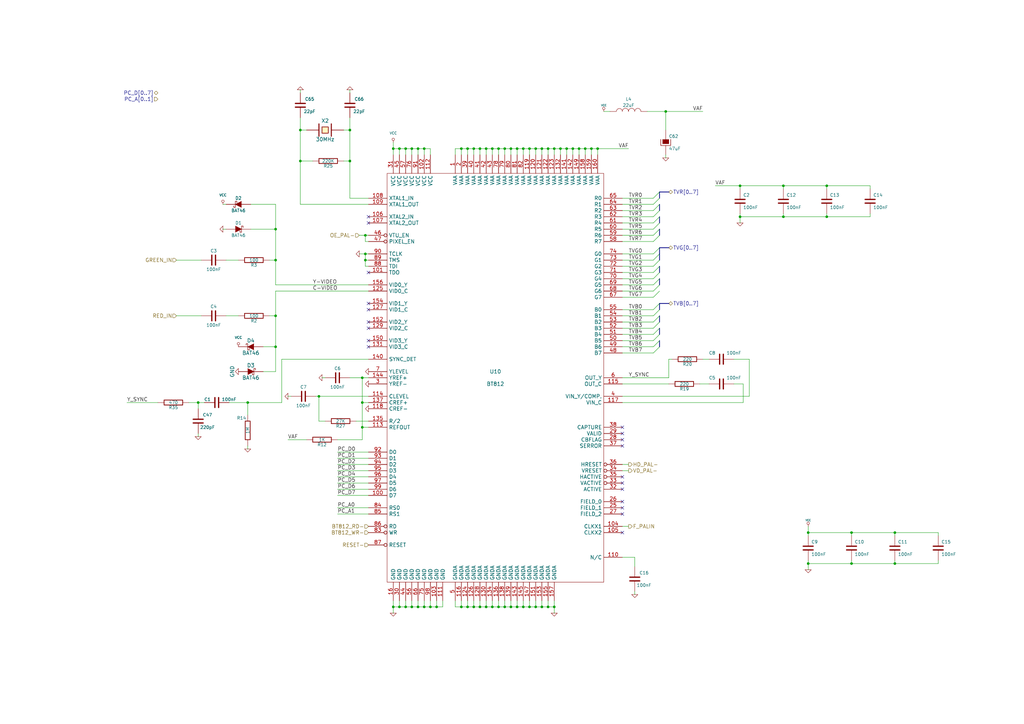
<source format=kicad_sch>
(kicad_sch (version 20200512) (host eeschema "(5.99.0-1722-g89c46e683-dirty)")
  (page 1 8)
  (paper "A3")
  (title_block (title "Video") (date "Sun 22 Mar 2015") (rev "2.0B") (company "Kicad EDA"))
  (lib_symbols
    (symbol "video_schlib:BT812" (pin_names (offset 0.762))
      (property "Reference" "U" (at 47.498 85.09 0))
      (property "Value" "BT812" (at 31.242 -85.09 0))
      (symbol "BT812_0_1"
        (rectangle (start -44.45 -83.82) (end 44.45 83.82))
      )
      (symbol "BT812_1_1"
        (pin input line (at -16.51 91.44 270) (length 7.62) (name "VAA") (number "1"))
        (pin tri_state line (at -52.07 -48.26 0) (length 7.62) (name "D7") (number "100"))
        (pin output line (at -52.07 43.18 0) (length 7.62) (name "TDO") (number "101"))
        (pin input line (at -29.21 91.44 270) (length 7.62) (name "VCC") (number "102"))
        (pin input line (at -24.13 -91.44 90) (length 7.62) (name "GND") (number "103"))
        (pin output line (at 52.07 -60.96 180) (length 7.62) (name "CLKX1") (number "104"))
        (pin output line (at 52.07 -63.5 180) (length 7.62) (name "CLKX2") (number "105"))
        (pin input line (at -52.07 66.04 0) (length 7.62) (name "XTAL2_IN") (number "106"))
        (pin output line (at -52.07 63.5 0) (length 7.62) (name "XTAL2_OUT") (number "107"))
        (pin input line (at -52.07 73.66 0) (length 7.62) (name "XTAL1_IN") (number "108"))
        (pin output line (at -52.07 71.12 0) (length 7.62) (name "XTAL1_OUT") (number "109"))
        (pin input line (at 52.07 -73.66 180) (length 7.62) (name "N/C") (number "110"))
        (pin input line (at -21.59 -91.44 90) (length 7.62) (name "GND") (number "111"))
        (pin input line (at -26.67 91.44 270) (length 7.62) (name "VCC") (number "112"))
        (pin output line (at -52.07 -20.32 0) (length 7.62) (name "REFOUT") (number "113"))
        (pin input line (at -52.07 -7.62 0) (length 7.62) (name "CLEVEL") (number "114"))
        (pin output line (at 52.07 -2.54 180) (length 7.62) (name "OUT_C") (number "115"))
        (pin input line (at -13.97 -91.44 90) (length 7.62) (name "GNDA") (number "116"))
        (pin input line (at 52.07 -10.16 180) (length 7.62) (name "VIN_C") (number "117"))
        (pin input line (at -52.07 -12.7 0) (length 7.62) (name "CREF-") (number "118"))
        (pin input line (at 13.97 91.44 270) (length 7.62) (name "VAA") (number "119"))
        (pin input line (at 16.51 91.44 270) (length 7.62) (name "VAA") (number "120"))
        (pin input line (at 19.05 91.44 270) (length 7.62) (name "VAA") (number "121"))
        (pin input line (at 21.59 91.44 270) (length 7.62) (name "VAA") (number "122"))
        (pin passive line (at 24.13 91.44 270) (length 7.62) (name "VAA") (number "123"))
        (pin input line (at -11.43 -91.44 90) (length 7.62) (name "GNDA") (number "124"))
        (pin input line (at -52.07 35.56 0) (length 7.62) (name "VID0_C") (number "125"))
        (pin input line (at -8.89 -91.44 90) (length 7.62) (name "GNDA") (number "126"))
        (pin input line (at -52.07 27.94 0) (length 7.62) (name "VID1_C") (number "127"))
        (pin input line (at -6.35 -91.44 90) (length 7.62) (name "GNDA") (number "128"))
        (pin input line (at -52.07 20.32 0) (length 7.62) (name "VID2_C") (number "129"))
        (pin input line (at -3.81 -91.44 90) (length 7.62) (name "GNDA") (number "130"))
        (pin input line (at -52.07 12.7 0) (length 7.62) (name "VID3_C") (number "131"))
        (pin input line (at 26.67 91.44 270) (length 7.62) (name "VAA") (number "132"))
        (pin input line (at -1.27 -91.44 90) (length 7.62) (name "GNDA") (number "134"))
        (pin input line (at -52.07 -17.78 0) (length 7.62) (name "R/2") (number "135"))
        (pin input line (at 1.27 -91.44 90) (length 7.62) (name "GNDA") (number "136"))
        (pin input line (at -52.07 -10.16 0) (length 7.62) (name "CREF+") (number "137"))
        (pin input line (at 3.81 -91.44 90) (length 7.62) (name "GNDA") (number "138"))
        (pin input line (at 6.35 -91.44 90) (length 7.62) (name "GNDA") (number "139"))
        (pin input line (at -52.07 7.62 0) (length 7.62) (name "SYNC_DET") (number "140"))
        (pin input line (at 29.21 91.44 270) (length 7.62) (name "VAA") (number "141"))
        (pin input line (at 31.75 91.44 270) (length 7.62) (name "VAA") (number "142"))
        (pin input line (at 8.89 -91.44 90) (length 7.62) (name "GNDA") (number "143"))
        (pin input line (at -52.07 0 0) (length 7.62) (name "YREF+") (number "144"))
        (pin input line (at 11.43 -91.44 90) (length 7.62) (name "GNDA") (number "145"))
        (pin input line (at 13.97 -91.44 90) (length 7.62) (name "GNDA") (number "147"))
        (pin input line (at 34.29 91.44 270) (length 7.62) (name "VAA") (number "149"))
        (pin input line (at -52.07 15.24 0) (length 7.62) (name "VID3_Y") (number "150"))
        (pin input line (at 16.51 -91.44 90) (length 7.62) (name "GNDA") (number "151"))
        (pin input line (at -52.07 22.86 0) (length 7.62) (name "VID2_Y") (number "152"))
        (pin input line (at 19.05 -91.44 90) (length 7.62) (name "GNDA") (number "153"))
        (pin input line (at -52.07 30.48 0) (length 7.62) (name "VID1_Y") (number "154"))
        (pin input line (at 21.59 -91.44 90) (length 7.62) (name "GNDA") (number "155"))
        (pin input line (at -52.07 38.1 0) (length 7.62) (name "VID0_Y") (number "156"))
        (pin input line (at 24.13 -91.44 90) (length 7.62) (name "GNDA") (number "157"))
        (pin input line (at 36.83 91.44 270) (length 7.62) (name "VAA") (number "158"))
        (pin input line (at 39.37 91.44 270) (length 7.62) (name "VAA") (number "159"))
        (pin input line (at -41.91 -91.44 90) (length 7.62) (name "GND") (number "16"))
        (pin input line (at 41.91 91.44 270) (length 7.62) (name "VAA") (number "160"))
        (pin input line (at -13.97 91.44 270) (length 7.62) (name "VAA") (number "2"))
        (pin bidirectional line (at 52.07 -53.34 180) (length 7.62) (name "FIELD_1") (number "25"))
        (pin bidirectional line (at 52.07 -50.8 180) (length 7.62) (name "FIELD_0") (number "26"))
        (pin output line (at 52.07 -55.88 180) (length 7.62) (name "FIELD_2") (number "27"))
        (pin output line (at 52.07 -25.4 180) (length 7.62) (name "CBFLAG") (number "28"))
        (pin output line (at 52.07 -22.86 180) (length 7.62) (name "VALID") (number "29"))
        (pin input line (at -52.07 -2.54 0) (length 7.62) (name "YREF-") (number "3"))
        (pin input line (at -39.37 -91.44 90) (length 7.62) (name "GND") (number "30"))
        (pin input line (at -41.91 91.44 270) (length 7.62) (name "VCC") (number "31"))
        (pin output line (at 52.07 -45.72 180) (length 7.62) (name "ACTIVE") (number "32"))
        (pin output inverted (at 52.07 -43.18 180) (length 7.62) (name "VACTIVE") (number "33"))
        (pin output inverted (at 52.07 -38.1 180) (length 7.62) (name "VRESET") (number "34"))
        (pin output inverted (at 52.07 -40.64 180) (length 7.62) (name "HACTIVE") (number "35"))
        (pin output inverted (at 52.07 -35.56 180) (length 7.62) (name "HRESET") (number "36"))
        (pin output line (at 52.07 -27.94 180) (length 7.62) (name "SERROR") (number "37"))
        (pin output line (at 52.07 -20.32 180) (length 7.62) (name "CAPTURE") (number "38"))
        (pin input line (at -11.43 91.44 270) (length 7.62) (name "VAA") (number "39"))
        (pin input line (at 52.07 -7.62 180) (length 7.62) (name "VIN_Y/COMP.") (number "4"))
        (pin input line (at -8.89 91.44 270) (length 7.62) (name "VAA") (number "40"))
        (pin input line (at -6.35 91.44 270) (length 7.62) (name "VAA") (number "41"))
        (pin input line (at -3.81 91.44 270) (length 7.62) (name "VAA") (number "42"))
        (pin input line (at -1.27 91.44 270) (length 7.62) (name "VAA") (number "43"))
        (pin input line (at -36.83 -91.44 90) (length 7.62) (name "GND") (number "44"))
        (pin input line (at -39.37 91.44 270) (length 7.62) (name "VCC") (number "45"))
        (pin input inverted (at -52.07 58.42 0) (length 7.62) (name "VTU_EN") (number "46"))
        (pin input inverted (at -52.07 55.88 0) (length 7.62) (name "PIXEL_EN") (number "47"))
        (pin tri_state line (at 52.07 10.16 180) (length 7.62) (name "B7") (number "48"))
        (pin tri_state line (at 52.07 12.7 180) (length 7.62) (name "B6") (number "49"))
        (pin input line (at -16.51 -91.44 90) (length 7.62) (name "GNDA") (number "5"))
        (pin tri_state line (at 52.07 15.24 180) (length 7.62) (name "B5") (number "50"))
        (pin tri_state line (at 52.07 17.78 180) (length 7.62) (name "B4") (number "51"))
        (pin tri_state line (at 52.07 20.32 180) (length 7.62) (name "B3") (number "52"))
        (pin tri_state line (at 52.07 22.86 180) (length 7.62) (name "B2") (number "53"))
        (pin tri_state line (at 52.07 25.4 180) (length 7.62) (name "B1") (number "54"))
        (pin tri_state line (at 52.07 27.94 180) (length 7.62) (name "B0") (number "55"))
        (pin input line (at -34.29 -91.44 90) (length 7.62) (name "GND") (number "56"))
        (pin input line (at -36.83 91.44 270) (length 7.62) (name "VCC") (number "57"))
        (pin tri_state line (at 52.07 55.88 180) (length 7.62) (name "R7") (number "58"))
        (pin tri_state line (at 52.07 58.42 180) (length 7.62) (name "R6") (number "59"))
        (pin output line (at 52.07 0 180) (length 7.62) (name "OUT_Y") (number "6"))
        (pin tri_state line (at 52.07 60.96 180) (length 7.62) (name "R5") (number "60"))
        (pin tri_state line (at 52.07 63.5 180) (length 7.62) (name "R4") (number "61"))
        (pin tri_state line (at 52.07 66.04 180) (length 7.62) (name "R3") (number "62"))
        (pin tri_state line (at 52.07 68.58 180) (length 7.62) (name "R2") (number "63"))
        (pin tri_state line (at 52.07 71.12 180) (length 7.62) (name "R1") (number "64"))
        (pin tri_state line (at 52.07 73.66 180) (length 7.62) (name "R0") (number "65"))
        (pin input line (at -31.75 -91.44 90) (length 7.62) (name "GND") (number "66"))
        (pin tri_state line (at 52.07 33.02 180) (length 7.62) (name "G7") (number "67"))
        (pin tri_state line (at 52.07 35.56 180) (length 7.62) (name "G6") (number "68"))
        (pin tri_state line (at 52.07 38.1 180) (length 7.62) (name "G5") (number "69"))
        (pin input line (at -52.07 2.54 0) (length 7.62) (name "YLEVEL") (number "7"))
        (pin tri_state line (at 52.07 40.64 180) (length 7.62) (name "G4") (number "70"))
        (pin tri_state line (at 52.07 43.18 180) (length 7.62) (name "G3") (number "71"))
        (pin tri_state line (at 52.07 45.72 180) (length 7.62) (name "G2") (number "72"))
        (pin tri_state line (at 52.07 48.26 180) (length 7.62) (name "G1") (number "73"))
        (pin tri_state line (at 52.07 50.8 180) (length 7.62) (name "G0") (number "74"))
        (pin input line (at -29.21 -91.44 90) (length 7.62) (name "GND") (number "75"))
        (pin input line (at -34.29 91.44 270) (length 7.62) (name "VCC") (number "76"))
        (pin input line (at 1.27 91.44 270) (length 7.62) (name "VAA") (number "78"))
        (pin input line (at 3.81 91.44 270) (length 7.62) (name "VAA") (number "79"))
        (pin input line (at 6.35 91.44 270) (length 7.62) (name "VAA") (number "80"))
        (pin input line (at 8.89 91.44 270) (length 7.62) (name "VAA") (number "81"))
        (pin input line (at 11.43 91.44 270) (length 7.62) (name "VAA") (number "82"))
        (pin input inverted (at -52.07 -63.5 0) (length 7.62) (name "WR") (number "83"))
        (pin input line (at -52.07 -53.34 0) (length 7.62) (name "RS0") (number "84"))
        (pin input line (at -52.07 -55.88 0) (length 7.62) (name "RS1") (number "85"))
        (pin input inverted (at -52.07 -60.96 0) (length 7.62) (name "RD") (number "86"))
        (pin input inverted (at -52.07 -68.58 0) (length 7.62) (name "RESET") (number "87"))
        (pin input line (at -52.07 45.72 0) (length 7.62) (name "TDI") (number "88"))
        (pin input line (at -52.07 48.26 0) (length 7.62) (name "TMS") (number "89"))
        (pin input line (at -52.07 50.8 0) (length 7.62) (name "TCLK") (number "90"))
        (pin passive line (at -31.75 91.44 270) (length 7.62) (name "VCC") (number "91"))
        (pin tri_state line (at -52.07 -30.48 0) (length 7.62) (name "D0") (number "92"))
        (pin tri_state line (at -52.07 -33.02 0) (length 7.62) (name "D1") (number "93"))
        (pin tri_state line (at -52.07 -35.56 0) (length 7.62) (name "D2") (number "94"))
        (pin tri_state line (at -52.07 -38.1 0) (length 7.62) (name "D3") (number "95"))
        (pin tri_state line (at -52.07 -40.64 0) (length 7.62) (name "D4") (number "96"))
        (pin tri_state line (at -52.07 -43.18 0) (length 7.62) (name "D5") (number "97"))
        (pin input line (at -26.67 -91.44 90) (length 7.62) (name "GND") (number "98"))
        (pin tri_state line (at -52.07 -45.72 0) (length 7.62) (name "D6") (number "99"))
      )
    )
    (symbol "video_schlib:C" (pin_numbers hide) (pin_names (offset 0.254))
      (property "Reference" "C" (at 0 2.54 0))
      (property "Value" "C" (at 0.1524 -2.159 0))
      (symbol "C_0_1"
        (polyline (pts (xy -2.032 -0.762) (xy 2.032 -0.762)) (stroke (width 0.508)))
        (polyline (pts (xy -2.032 0.762) (xy 2.032 0.762)) (stroke (width 0.508)))
      )
      (symbol "C_1_1"
        (pin passive line (at 0 5.08 270) (length 4.318) (name "~") (number "1"))
        (pin passive line (at 0 -5.08 90) (length 4.318) (name "~") (number "2"))
      )
    )
    (symbol "video_schlib:CP" (pin_numbers hide) (pin_names (offset 0.254) hide)
      (property "Reference" "C" (at 1.27 2.54 0))
      (property "Value" "CP" (at 1.27 -2.54 0))
      (symbol "CP_0_1"
        (polyline (pts (xy -2.032 1.27) (xy -2.032 -1.27) (xy 2.032 -1.27) (xy 2.032 1.27)) (stroke (width 0.2032)))
        (polyline (pts (xy -1.27 1.27) (xy -1.27 -0.508) (xy 1.27 -0.508) (xy 1.27 1.27)) (fill (type outline)))
      )
      (symbol "CP_1_1"
        (pin passive line (at 0 5.08 270) (length 3.81) (name "~") (number "1"))
        (pin passive line (at 0 -5.08 90) (length 3.81) (name "~") (number "2"))
      )
    )
    (symbol "video_schlib:CRYSTAL" (pin_numbers hide) (pin_names hide)
      (property "Reference" "X" (at 0 3.81 0))
      (property "Value" "CRYSTAL" (at 0 -3.81 0))
      (symbol "CRYSTAL_0_1"
        (polyline (pts (xy -2.54 2.54) (xy -2.54 -2.54)) (stroke (width 0.4064)))
        (polyline (pts (xy 2.54 2.54) (xy 2.54 -2.54)) (stroke (width 0.4064)))
        (polyline (pts (xy -1.27 1.27) (xy 1.27 1.27) (xy 1.27 -1.27) (xy -1.27 -1.27) (xy -1.27 1.27)) (stroke (width 0.3048)) (fill (type background)))
      )
      (symbol "CRYSTAL_1_1"
        (pin passive line (at -7.62 0 0) (length 5.08) (name "1") (number "1"))
        (pin passive line (at 7.62 0 180) (length 5.08) (name "2") (number "2"))
      )
    )
    (symbol "video_schlib:DIODESCH" (pin_numbers hide) (pin_names hide)
      (property "Reference" "D" (at 0 2.54 0))
      (property "Value" "DIODESCH" (at 0 -2.54 0))
      (symbol "DIODESCH_0_1"
        (polyline (pts (xy -1.27 1.27) (xy 1.27 0) (xy -1.27 -1.27)) (fill (type outline)))
        (polyline (pts (xy 1.905 0.635) (xy 1.905 1.27) (xy 1.27 1.27) (xy 1.27 -1.27) (xy 0.635 -1.27) (xy 0.635 -0.635)) (stroke (width 0.2032)))
      )
      (symbol "DIODESCH_1_1"
        (pin passive line (at -5.08 0 0) (length 3.81) (name "A") (number "1"))
        (pin passive line (at 5.08 0 180) (length 3.81) (name "K") (number "2"))
      )
    )
    (symbol "video_schlib:GND" (power) (pin_names (offset 0))
      (symbol "GND_0_1"
        (polyline (pts (xy -1.27 0) (xy 0 -1.27) (xy 1.27 0) (xy -1.27 0)))
      )
      (symbol "GND_1_1"
        (pin power_in line (at 0 0 90) (length 0) (name "GND") (number "1") hide)
      )
    )
    (symbol "video_schlib:INDUCTOR" (pin_numbers hide) (pin_names hide)
      (property "Reference" "L" (at -1.27 0 90))
      (property "Value" "INDUCTOR" (at 2.54 0 90))
      (symbol "INDUCTOR_0_1"
        (arc (start 0.0254 -5.0546) (end 0.0254 -2.54) (radius (at 0 -3.81) (length 1.27) (angles -88.9 88.9)))
        (arc (start 0.0254 -2.5146) (end 0.0254 0.0508) (radius (at 0 -1.2446) (length 1.2954) (angles -88.9 88.9)))
        (arc (start 0.0254 0.0254) (end 0.0254 2.5908) (radius (at 0 1.2954) (length 1.2954) (angles -88.9 88.9)))
        (arc (start 0.0254 2.5654) (end 0.0254 4.9784) (radius (at 0 3.7592) (length 1.2192) (angles -88.9 88.9)))
      )
      (symbol "INDUCTOR_1_1"
        (pin passive line (at 0 7.62 270) (length 2.54) (name "1") (number "1"))
        (pin passive line (at 0 -7.62 90) (length 2.54) (name "2") (number "2"))
      )
    )
    (symbol "video_schlib:R" (pin_numbers hide) (pin_names (offset 0))
      (property "Reference" "R" (at 2.032 0 90))
      (property "Value" "R" (at 0.1778 0.0254 90))
      (symbol "R_0_1"
        (rectangle (start -1.016 3.81) (end 1.016 -3.81) (stroke (width 0.3048)))
      )
      (symbol "R_1_1"
        (pin passive line (at 0 6.35 270) (length 2.54) (name "~") (number "1"))
        (pin passive line (at 0 -6.35 90) (length 2.54) (name "~") (number "2"))
      )
    )
    (symbol "video_schlib:VCC" (power) (pin_names (offset 0))
      (property "Value" "VCC" (at 0 2.54 0))
      (symbol "VCC_0_1"
        (circle (center 0 1.27) (radius 0.508))
        (polyline (pts (xy 0 0) (xy 0 0.762) (xy 0 0.762)))
      )
      (symbol "VCC_0_0"
        (pin power_in line (at 0 0 90) (length 0) (name "VCC") (number "1") hide)
      )
    )
  )
  (junction (at 81.28 165.1))
  (junction (at 101.6 165.1))
  (junction (at 113.03 93.98))
  (junction (at 113.03 106.68))
  (junction (at 113.03 129.54))
  (junction (at 113.03 142.24))
  (junction (at 123.19 53.34))
  (junction (at 123.19 66.04))
  (junction (at 130.81 162.56))
  (junction (at 143.51 53.34))
  (junction (at 143.51 66.04))
  (junction (at 148.59 154.94))
  (junction (at 148.59 165.1))
  (junction (at 148.59 175.26))
  (junction (at 149.86 96.52))
  (junction (at 149.86 104.14))
  (junction (at 149.86 106.68))
  (junction (at 161.29 60.96))
  (junction (at 161.29 248.92))
  (junction (at 163.83 60.96))
  (junction (at 163.83 248.92))
  (junction (at 166.37 60.96))
  (junction (at 166.37 248.92))
  (junction (at 168.91 60.96))
  (junction (at 168.91 248.92))
  (junction (at 171.45 60.96))
  (junction (at 171.45 248.92))
  (junction (at 173.99 60.96))
  (junction (at 173.99 248.92))
  (junction (at 176.53 248.92))
  (junction (at 179.07 248.92))
  (junction (at 189.23 60.96))
  (junction (at 189.23 248.92))
  (junction (at 191.77 60.96))
  (junction (at 191.77 248.92))
  (junction (at 194.31 60.96))
  (junction (at 194.31 248.92))
  (junction (at 196.85 60.96))
  (junction (at 196.85 248.92))
  (junction (at 199.39 60.96))
  (junction (at 199.39 248.92))
  (junction (at 201.93 60.96))
  (junction (at 201.93 248.92))
  (junction (at 204.47 60.96))
  (junction (at 204.47 248.92))
  (junction (at 207.01 60.96))
  (junction (at 207.01 248.92))
  (junction (at 209.55 60.96))
  (junction (at 209.55 248.92))
  (junction (at 212.09 60.96))
  (junction (at 212.09 248.92))
  (junction (at 214.63 60.96))
  (junction (at 214.63 248.92))
  (junction (at 217.17 60.96))
  (junction (at 217.17 248.92))
  (junction (at 219.71 60.96))
  (junction (at 219.71 248.92))
  (junction (at 222.25 60.96))
  (junction (at 222.25 248.92))
  (junction (at 224.79 60.96))
  (junction (at 224.79 248.92))
  (junction (at 227.33 60.96))
  (junction (at 227.33 248.92))
  (junction (at 229.87 60.96))
  (junction (at 232.41 60.96))
  (junction (at 234.95 60.96))
  (junction (at 237.49 60.96))
  (junction (at 240.03 60.96))
  (junction (at 242.57 60.96))
  (junction (at 245.11 60.96))
  (junction (at 273.05 45.72))
  (junction (at 303.53 76.2))
  (junction (at 303.53 88.9))
  (junction (at 321.31 76.2))
  (junction (at 321.31 88.9))
  (junction (at 331.47 218.44))
  (junction (at 331.47 231.14))
  (junction (at 339.09 76.2))
  (junction (at 339.09 88.9))
  (junction (at 349.25 218.44))
  (junction (at 349.25 231.14))
  (junction (at 367.03 218.44))
  (junction (at 367.03 231.14))
  (no_connect (at 255.27 200.66))
  (no_connect (at 255.27 195.58))
  (no_connect (at 151.13 142.24))
  (no_connect (at 255.27 210.82))
  (no_connect (at 151.13 127))
  (no_connect (at 255.27 180.34))
  (no_connect (at 255.27 177.8))
  (no_connect (at 255.27 198.12))
  (no_connect (at 151.13 124.46))
  (no_connect (at 151.13 111.76))
  (no_connect (at 255.27 175.26))
  (no_connect (at 255.27 205.74))
  (no_connect (at 151.13 132.08))
  (no_connect (at 151.13 139.7))
  (no_connect (at 151.13 88.9))
  (no_connect (at 255.27 182.88))
  (no_connect (at 255.27 218.44))
  (no_connect (at 255.27 208.28))
  (no_connect (at 151.13 91.44))
  (no_connect (at 151.13 134.62))
  (bus_entry (at 267.97 81.28) (size 2.54 -2.54))
  (bus_entry (at 267.97 83.82) (size 2.54 -2.54))
  (bus_entry (at 267.97 86.36) (size 2.54 -2.54))
  (bus_entry (at 267.97 88.9) (size 2.54 -2.54))
  (bus_entry (at 267.97 91.44) (size 2.54 -2.54))
  (bus_entry (at 267.97 93.98) (size 2.54 -2.54))
  (bus_entry (at 267.97 96.52) (size 2.54 -2.54))
  (bus_entry (at 267.97 99.06) (size 2.54 -2.54))
  (bus_entry (at 267.97 104.14) (size 2.54 -2.54))
  (bus_entry (at 267.97 106.68) (size 2.54 -2.54))
  (bus_entry (at 267.97 109.22) (size 2.54 -2.54))
  (bus_entry (at 267.97 111.76) (size 2.54 -2.54))
  (bus_entry (at 267.97 114.3) (size 2.54 -2.54))
  (bus_entry (at 267.97 116.84) (size 2.54 -2.54))
  (bus_entry (at 267.97 119.38) (size 2.54 -2.54))
  (bus_entry (at 267.97 121.92) (size 2.54 -2.54))
  (bus_entry (at 267.97 127) (size 2.54 -2.54))
  (bus_entry (at 267.97 129.54) (size 2.54 -2.54))
  (bus_entry (at 267.97 132.08) (size 2.54 -2.54))
  (bus_entry (at 267.97 134.62) (size 2.54 -2.54))
  (bus_entry (at 267.97 137.16) (size 2.54 -2.54))
  (bus_entry (at 267.97 139.7) (size 2.54 -2.54))
  (bus_entry (at 267.97 142.24) (size 2.54 -2.54))
  (bus_entry (at 267.97 144.78) (size 2.54 -2.54))
  (wire (pts (xy 52.07 165.1) (xy 64.77 165.1)))
  (wire (pts (xy 72.39 106.68) (xy 82.55 106.68)))
  (wire (pts (xy 72.39 129.54) (xy 82.55 129.54)))
  (wire (pts (xy 77.47 165.1) (xy 81.28 165.1)))
  (wire (pts (xy 81.28 165.1) (xy 81.28 167.64)))
  (wire (pts (xy 81.28 165.1) (xy 83.82 165.1)))
  (wire (pts (xy 81.28 177.8) (xy 81.28 179.07)))
  (wire (pts (xy 91.44 83.82) (xy 92.71 83.82)))
  (wire (pts (xy 91.44 93.98) (xy 92.71 93.98)))
  (wire (pts (xy 92.71 106.68) (xy 97.79 106.68)))
  (wire (pts (xy 92.71 129.54) (xy 97.79 129.54)))
  (wire (pts (xy 93.98 165.1) (xy 101.6 165.1)))
  (wire (pts (xy 101.6 165.1) (xy 101.6 170.18)))
  (wire (pts (xy 101.6 165.1) (xy 115.57 165.1)))
  (wire (pts (xy 101.6 182.88) (xy 101.6 184.15)))
  (wire (pts (xy 102.87 83.82) (xy 113.03 83.82)))
  (wire (pts (xy 102.87 93.98) (xy 113.03 93.98)))
  (wire (pts (xy 107.95 142.24) (xy 113.03 142.24)))
  (wire (pts (xy 110.49 106.68) (xy 113.03 106.68)))
  (wire (pts (xy 110.49 129.54) (xy 113.03 129.54)))
  (wire (pts (xy 113.03 83.82) (xy 113.03 93.98)))
  (wire (pts (xy 113.03 93.98) (xy 113.03 106.68)))
  (wire (pts (xy 113.03 106.68) (xy 113.03 116.84)))
  (wire (pts (xy 113.03 116.84) (xy 151.13 116.84)))
  (wire (pts (xy 113.03 119.38) (xy 113.03 129.54)))
  (wire (pts (xy 113.03 129.54) (xy 113.03 142.24)))
  (wire (pts (xy 113.03 142.24) (xy 113.03 152.4)))
  (wire (pts (xy 113.03 152.4) (xy 107.95 152.4)))
  (wire (pts (xy 115.57 165.1) (xy 115.57 147.32)))
  (wire (pts (xy 118.11 162.56) (xy 119.38 162.56)))
  (wire (pts (xy 118.11 180.34) (xy 125.73 180.34)))
  (wire (pts (xy 123.19 38.1) (xy 123.19 36.83)))
  (wire (pts (xy 123.19 48.26) (xy 123.19 53.34)))
  (wire (pts (xy 123.19 53.34) (xy 123.19 66.04)))
  (wire (pts (xy 123.19 53.34) (xy 125.73 53.34)))
  (wire (pts (xy 123.19 66.04) (xy 123.19 83.82)))
  (wire (pts (xy 123.19 66.04) (xy 128.27 66.04)))
  (wire (pts (xy 123.19 83.82) (xy 151.13 83.82)))
  (wire (pts (xy 129.54 162.56) (xy 130.81 162.56)))
  (wire (pts (xy 130.81 162.56) (xy 130.81 172.72)))
  (wire (pts (xy 130.81 162.56) (xy 151.13 162.56)))
  (wire (pts (xy 130.81 172.72) (xy 133.35 172.72)))
  (wire (pts (xy 132.08 154.94) (xy 133.35 154.94)))
  (wire (pts (xy 138.43 185.42) (xy 151.13 185.42)))
  (wire (pts (xy 138.43 187.96) (xy 151.13 187.96)))
  (wire (pts (xy 138.43 190.5) (xy 151.13 190.5)))
  (wire (pts (xy 138.43 193.04) (xy 151.13 193.04)))
  (wire (pts (xy 138.43 195.58) (xy 151.13 195.58)))
  (wire (pts (xy 138.43 198.12) (xy 151.13 198.12)))
  (wire (pts (xy 138.43 200.66) (xy 151.13 200.66)))
  (wire (pts (xy 138.43 203.2) (xy 151.13 203.2)))
  (wire (pts (xy 138.43 208.28) (xy 151.13 208.28)))
  (wire (pts (xy 138.43 210.82) (xy 151.13 210.82)))
  (wire (pts (xy 140.97 53.34) (xy 143.51 53.34)))
  (wire (pts (xy 140.97 66.04) (xy 143.51 66.04)))
  (wire (pts (xy 143.51 36.83) (xy 143.51 38.1)))
  (wire (pts (xy 143.51 48.26) (xy 143.51 53.34)))
  (wire (pts (xy 143.51 53.34) (xy 143.51 66.04)))
  (wire (pts (xy 143.51 66.04) (xy 143.51 81.28)))
  (wire (pts (xy 143.51 81.28) (xy 151.13 81.28)))
  (wire (pts (xy 143.51 154.94) (xy 148.59 154.94)))
  (wire (pts (xy 146.05 172.72) (xy 151.13 172.72)))
  (wire (pts (xy 147.32 96.52) (xy 149.86 96.52)))
  (wire (pts (xy 147.32 104.14) (xy 149.86 104.14)))
  (wire (pts (xy 148.59 154.94) (xy 148.59 165.1)))
  (wire (pts (xy 148.59 154.94) (xy 151.13 154.94)))
  (wire (pts (xy 148.59 165.1) (xy 148.59 175.26)))
  (wire (pts (xy 148.59 165.1) (xy 151.13 165.1)))
  (wire (pts (xy 148.59 175.26) (xy 148.59 180.34)))
  (wire (pts (xy 148.59 175.26) (xy 151.13 175.26)))
  (wire (pts (xy 148.59 180.34) (xy 138.43 180.34)))
  (wire (pts (xy 149.86 96.52) (xy 151.13 96.52)))
  (wire (pts (xy 149.86 99.06) (xy 149.86 96.52)))
  (wire (pts (xy 149.86 104.14) (xy 149.86 106.68)))
  (wire (pts (xy 149.86 104.14) (xy 151.13 104.14)))
  (wire (pts (xy 149.86 106.68) (xy 149.86 109.22)))
  (wire (pts (xy 149.86 106.68) (xy 151.13 106.68)))
  (wire (pts (xy 149.86 109.22) (xy 151.13 109.22)))
  (wire (pts (xy 151.13 99.06) (xy 149.86 99.06)))
  (wire (pts (xy 151.13 119.38) (xy 113.03 119.38)))
  (wire (pts (xy 151.13 147.32) (xy 115.57 147.32)))
  (wire (pts (xy 161.29 58.42) (xy 161.29 60.96)))
  (wire (pts (xy 161.29 60.96) (xy 161.29 63.5)))
  (wire (pts (xy 161.29 60.96) (xy 163.83 60.96)))
  (wire (pts (xy 161.29 246.38) (xy 161.29 248.92)))
  (wire (pts (xy 161.29 248.92) (xy 161.29 251.46)))
  (wire (pts (xy 161.29 248.92) (xy 163.83 248.92)))
  (wire (pts (xy 163.83 60.96) (xy 163.83 63.5)))
  (wire (pts (xy 163.83 60.96) (xy 166.37 60.96)))
  (wire (pts (xy 163.83 246.38) (xy 163.83 248.92)))
  (wire (pts (xy 163.83 248.92) (xy 166.37 248.92)))
  (wire (pts (xy 166.37 60.96) (xy 166.37 63.5)))
  (wire (pts (xy 166.37 60.96) (xy 168.91 60.96)))
  (wire (pts (xy 166.37 246.38) (xy 166.37 248.92)))
  (wire (pts (xy 166.37 248.92) (xy 168.91 248.92)))
  (wire (pts (xy 168.91 60.96) (xy 168.91 63.5)))
  (wire (pts (xy 168.91 60.96) (xy 171.45 60.96)))
  (wire (pts (xy 168.91 246.38) (xy 168.91 248.92)))
  (wire (pts (xy 168.91 248.92) (xy 171.45 248.92)))
  (wire (pts (xy 171.45 60.96) (xy 171.45 63.5)))
  (wire (pts (xy 171.45 60.96) (xy 173.99 60.96)))
  (wire (pts (xy 171.45 246.38) (xy 171.45 248.92)))
  (wire (pts (xy 171.45 248.92) (xy 173.99 248.92)))
  (wire (pts (xy 173.99 60.96) (xy 173.99 63.5)))
  (wire (pts (xy 173.99 60.96) (xy 176.53 60.96)))
  (wire (pts (xy 173.99 246.38) (xy 173.99 248.92)))
  (wire (pts (xy 173.99 248.92) (xy 176.53 248.92)))
  (wire (pts (xy 176.53 60.96) (xy 176.53 63.5)))
  (wire (pts (xy 176.53 246.38) (xy 176.53 248.92)))
  (wire (pts (xy 176.53 248.92) (xy 179.07 248.92)))
  (wire (pts (xy 179.07 246.38) (xy 179.07 248.92)))
  (wire (pts (xy 179.07 248.92) (xy 181.61 248.92)))
  (wire (pts (xy 181.61 248.92) (xy 181.61 246.38)))
  (wire (pts (xy 186.69 60.96) (xy 186.69 63.5)))
  (wire (pts (xy 186.69 60.96) (xy 189.23 60.96)))
  (wire (pts (xy 186.69 248.92) (xy 186.69 246.38)))
  (wire (pts (xy 186.69 248.92) (xy 189.23 248.92)))
  (wire (pts (xy 189.23 60.96) (xy 189.23 63.5)))
  (wire (pts (xy 189.23 60.96) (xy 191.77 60.96)))
  (wire (pts (xy 189.23 246.38) (xy 189.23 248.92)))
  (wire (pts (xy 189.23 248.92) (xy 191.77 248.92)))
  (wire (pts (xy 191.77 60.96) (xy 191.77 63.5)))
  (wire (pts (xy 191.77 60.96) (xy 194.31 60.96)))
  (wire (pts (xy 191.77 246.38) (xy 191.77 248.92)))
  (wire (pts (xy 191.77 248.92) (xy 194.31 248.92)))
  (wire (pts (xy 194.31 60.96) (xy 194.31 63.5)))
  (wire (pts (xy 194.31 60.96) (xy 196.85 60.96)))
  (wire (pts (xy 194.31 246.38) (xy 194.31 248.92)))
  (wire (pts (xy 194.31 248.92) (xy 196.85 248.92)))
  (wire (pts (xy 196.85 60.96) (xy 196.85 63.5)))
  (wire (pts (xy 196.85 60.96) (xy 199.39 60.96)))
  (wire (pts (xy 196.85 246.38) (xy 196.85 248.92)))
  (wire (pts (xy 196.85 248.92) (xy 199.39 248.92)))
  (wire (pts (xy 199.39 60.96) (xy 199.39 63.5)))
  (wire (pts (xy 199.39 60.96) (xy 201.93 60.96)))
  (wire (pts (xy 199.39 246.38) (xy 199.39 248.92)))
  (wire (pts (xy 199.39 248.92) (xy 201.93 248.92)))
  (wire (pts (xy 201.93 60.96) (xy 201.93 63.5)))
  (wire (pts (xy 201.93 60.96) (xy 204.47 60.96)))
  (wire (pts (xy 201.93 246.38) (xy 201.93 248.92)))
  (wire (pts (xy 201.93 248.92) (xy 204.47 248.92)))
  (wire (pts (xy 204.47 60.96) (xy 204.47 63.5)))
  (wire (pts (xy 204.47 60.96) (xy 207.01 60.96)))
  (wire (pts (xy 204.47 246.38) (xy 204.47 248.92)))
  (wire (pts (xy 204.47 248.92) (xy 207.01 248.92)))
  (wire (pts (xy 207.01 60.96) (xy 207.01 63.5)))
  (wire (pts (xy 207.01 60.96) (xy 209.55 60.96)))
  (wire (pts (xy 207.01 246.38) (xy 207.01 248.92)))
  (wire (pts (xy 207.01 248.92) (xy 209.55 248.92)))
  (wire (pts (xy 209.55 60.96) (xy 209.55 63.5)))
  (wire (pts (xy 209.55 60.96) (xy 212.09 60.96)))
  (wire (pts (xy 209.55 246.38) (xy 209.55 248.92)))
  (wire (pts (xy 209.55 248.92) (xy 212.09 248.92)))
  (wire (pts (xy 212.09 60.96) (xy 212.09 63.5)))
  (wire (pts (xy 212.09 60.96) (xy 214.63 60.96)))
  (wire (pts (xy 212.09 246.38) (xy 212.09 248.92)))
  (wire (pts (xy 212.09 248.92) (xy 214.63 248.92)))
  (wire (pts (xy 214.63 60.96) (xy 214.63 63.5)))
  (wire (pts (xy 214.63 60.96) (xy 217.17 60.96)))
  (wire (pts (xy 214.63 246.38) (xy 214.63 248.92)))
  (wire (pts (xy 214.63 248.92) (xy 217.17 248.92)))
  (wire (pts (xy 217.17 60.96) (xy 217.17 63.5)))
  (wire (pts (xy 217.17 60.96) (xy 219.71 60.96)))
  (wire (pts (xy 217.17 246.38) (xy 217.17 248.92)))
  (wire (pts (xy 217.17 248.92) (xy 219.71 248.92)))
  (wire (pts (xy 219.71 60.96) (xy 219.71 63.5)))
  (wire (pts (xy 219.71 60.96) (xy 222.25 60.96)))
  (wire (pts (xy 219.71 246.38) (xy 219.71 248.92)))
  (wire (pts (xy 219.71 248.92) (xy 222.25 248.92)))
  (wire (pts (xy 222.25 60.96) (xy 222.25 63.5)))
  (wire (pts (xy 222.25 60.96) (xy 224.79 60.96)))
  (wire (pts (xy 222.25 246.38) (xy 222.25 248.92)))
  (wire (pts (xy 222.25 248.92) (xy 224.79 248.92)))
  (wire (pts (xy 224.79 60.96) (xy 224.79 63.5)))
  (wire (pts (xy 224.79 60.96) (xy 227.33 60.96)))
  (wire (pts (xy 224.79 246.38) (xy 224.79 248.92)))
  (wire (pts (xy 224.79 248.92) (xy 227.33 248.92)))
  (wire (pts (xy 227.33 60.96) (xy 227.33 63.5)))
  (wire (pts (xy 227.33 60.96) (xy 229.87 60.96)))
  (wire (pts (xy 227.33 246.38) (xy 227.33 248.92)))
  (wire (pts (xy 227.33 248.92) (xy 227.33 251.46)))
  (wire (pts (xy 229.87 60.96) (xy 229.87 63.5)))
  (wire (pts (xy 229.87 60.96) (xy 232.41 60.96)))
  (wire (pts (xy 232.41 60.96) (xy 232.41 63.5)))
  (wire (pts (xy 232.41 60.96) (xy 234.95 60.96)))
  (wire (pts (xy 234.95 60.96) (xy 234.95 63.5)))
  (wire (pts (xy 234.95 60.96) (xy 237.49 60.96)))
  (wire (pts (xy 237.49 60.96) (xy 237.49 63.5)))
  (wire (pts (xy 237.49 60.96) (xy 240.03 60.96)))
  (wire (pts (xy 240.03 60.96) (xy 240.03 63.5)))
  (wire (pts (xy 240.03 60.96) (xy 242.57 60.96)))
  (wire (pts (xy 242.57 60.96) (xy 242.57 63.5)))
  (wire (pts (xy 242.57 60.96) (xy 245.11 60.96)))
  (wire (pts (xy 245.11 60.96) (xy 245.11 63.5)))
  (wire (pts (xy 245.11 60.96) (xy 257.81 60.96)))
  (wire (pts (xy 247.65 45.72) (xy 250.19 45.72)))
  (wire (pts (xy 255.27 81.28) (xy 267.97 81.28)))
  (wire (pts (xy 255.27 83.82) (xy 267.97 83.82)))
  (wire (pts (xy 255.27 86.36) (xy 267.97 86.36)))
  (wire (pts (xy 255.27 88.9) (xy 267.97 88.9)))
  (wire (pts (xy 255.27 91.44) (xy 267.97 91.44)))
  (wire (pts (xy 255.27 93.98) (xy 267.97 93.98)))
  (wire (pts (xy 255.27 96.52) (xy 267.97 96.52)))
  (wire (pts (xy 255.27 99.06) (xy 267.97 99.06)))
  (wire (pts (xy 255.27 104.14) (xy 267.97 104.14)))
  (wire (pts (xy 255.27 106.68) (xy 267.97 106.68)))
  (wire (pts (xy 255.27 109.22) (xy 267.97 109.22)))
  (wire (pts (xy 255.27 111.76) (xy 267.97 111.76)))
  (wire (pts (xy 255.27 114.3) (xy 267.97 114.3)))
  (wire (pts (xy 255.27 116.84) (xy 267.97 116.84)))
  (wire (pts (xy 255.27 119.38) (xy 267.97 119.38)))
  (wire (pts (xy 255.27 121.92) (xy 267.97 121.92)))
  (wire (pts (xy 255.27 127) (xy 267.97 127)))
  (wire (pts (xy 255.27 129.54) (xy 267.97 129.54)))
  (wire (pts (xy 255.27 132.08) (xy 267.97 132.08)))
  (wire (pts (xy 255.27 134.62) (xy 267.97 134.62)))
  (wire (pts (xy 255.27 137.16) (xy 267.97 137.16)))
  (wire (pts (xy 255.27 139.7) (xy 267.97 139.7)))
  (wire (pts (xy 255.27 142.24) (xy 267.97 142.24)))
  (wire (pts (xy 255.27 144.78) (xy 267.97 144.78)))
  (wire (pts (xy 255.27 154.94) (xy 274.32 154.94)))
  (wire (pts (xy 255.27 157.48) (xy 274.32 157.48)))
  (wire (pts (xy 255.27 162.56) (xy 307.34 162.56)))
  (wire (pts (xy 255.27 165.1) (xy 304.8 165.1)))
  (wire (pts (xy 255.27 190.5) (xy 257.81 190.5)))
  (wire (pts (xy 255.27 193.04) (xy 257.81 193.04)))
  (wire (pts (xy 255.27 215.9) (xy 257.81 215.9)))
  (wire (pts (xy 255.27 228.6) (xy 260.35 228.6)))
  (wire (pts (xy 260.35 228.6) (xy 260.35 232.41)))
  (wire (pts (xy 260.35 243.84) (xy 260.35 242.57)))
  (wire (pts (xy 265.43 45.72) (xy 273.05 45.72)))
  (wire (pts (xy 273.05 45.72) (xy 273.05 53.34)))
  (wire (pts (xy 273.05 45.72) (xy 288.29 45.72)))
  (wire (pts (xy 273.05 64.77) (xy 273.05 63.5)))
  (wire (pts (xy 274.32 147.32) (xy 275.59 147.32)))
  (wire (pts (xy 274.32 154.94) (xy 274.32 147.32)))
  (wire (pts (xy 287.02 157.48) (xy 290.83 157.48)))
  (wire (pts (xy 288.29 147.32) (xy 290.83 147.32)))
  (wire (pts (xy 293.37 76.2) (xy 303.53 76.2)))
  (wire (pts (xy 300.99 147.32) (xy 307.34 147.32)))
  (wire (pts (xy 300.99 157.48) (xy 304.8 157.48)))
  (wire (pts (xy 303.53 76.2) (xy 321.31 76.2)))
  (wire (pts (xy 303.53 77.47) (xy 303.53 76.2)))
  (wire (pts (xy 303.53 87.63) (xy 303.53 88.9)))
  (wire (pts (xy 303.53 88.9) (xy 303.53 91.44)))
  (wire (pts (xy 303.53 88.9) (xy 321.31 88.9)))
  (wire (pts (xy 304.8 165.1) (xy 304.8 157.48)))
  (wire (pts (xy 307.34 162.56) (xy 307.34 147.32)))
  (wire (pts (xy 321.31 76.2) (xy 339.09 76.2)))
  (wire (pts (xy 321.31 77.47) (xy 321.31 76.2)))
  (wire (pts (xy 321.31 88.9) (xy 321.31 87.63)))
  (wire (pts (xy 321.31 88.9) (xy 339.09 88.9)))
  (wire (pts (xy 331.47 215.9) (xy 331.47 218.44)))
  (wire (pts (xy 331.47 218.44) (xy 331.47 219.71)))
  (wire (pts (xy 331.47 218.44) (xy 349.25 218.44)))
  (wire (pts (xy 331.47 229.87) (xy 331.47 231.14)))
  (wire (pts (xy 331.47 231.14) (xy 331.47 233.68)))
  (wire (pts (xy 331.47 231.14) (xy 349.25 231.14)))
  (wire (pts (xy 339.09 76.2) (xy 356.87 76.2)))
  (wire (pts (xy 339.09 77.47) (xy 339.09 76.2)))
  (wire (pts (xy 339.09 88.9) (xy 339.09 87.63)))
  (wire (pts (xy 339.09 88.9) (xy 356.87 88.9)))
  (wire (pts (xy 349.25 218.44) (xy 349.25 219.71)))
  (wire (pts (xy 349.25 218.44) (xy 367.03 218.44)))
  (wire (pts (xy 349.25 229.87) (xy 349.25 231.14)))
  (wire (pts (xy 349.25 231.14) (xy 367.03 231.14)))
  (wire (pts (xy 356.87 76.2) (xy 356.87 77.47)))
  (wire (pts (xy 356.87 88.9) (xy 356.87 87.63)))
  (wire (pts (xy 367.03 218.44) (xy 367.03 219.71)))
  (wire (pts (xy 367.03 218.44) (xy 384.81 218.44)))
  (wire (pts (xy 367.03 229.87) (xy 367.03 231.14)))
  (wire (pts (xy 367.03 231.14) (xy 384.81 231.14)))
  (wire (pts (xy 384.81 218.44) (xy 384.81 219.71)))
  (wire (pts (xy 384.81 231.14) (xy 384.81 229.87)))
  (bus (pts (xy 270.51 78.74) (xy 270.51 83.82)))
  (bus (pts (xy 270.51 83.82) (xy 270.51 88.9)))
  (bus (pts (xy 270.51 88.9) (xy 270.51 93.98)))
  (bus (pts (xy 270.51 93.98) (xy 270.51 96.52)))
  (bus (pts (xy 270.51 101.6) (xy 270.51 104.14)))
  (bus (pts (xy 270.51 104.14) (xy 270.51 109.22)))
  (bus (pts (xy 270.51 109.22) (xy 270.51 114.3)))
  (bus (pts (xy 270.51 114.3) (xy 270.51 119.38)))
  (bus (pts (xy 270.51 124.46) (xy 270.51 129.54)))
  (bus (pts (xy 270.51 129.54) (xy 270.51 134.62)))
  (bus (pts (xy 270.51 134.62) (xy 270.51 139.7)))
  (bus (pts (xy 270.51 139.7) (xy 270.51 142.24)))
  (bus (pts (xy 274.32 78.74) (xy 270.51 78.74)))
  (bus (pts (xy 274.32 101.6) (xy 270.51 101.6)))
  (bus (pts (xy 274.32 124.46) (xy 270.51 124.46)))
  (label "Y_SYNC" (at 52.07 165.1 0) (effects (font (size 1.524 1.524))))
  (label "VAF" (at 118.11 180.34 0) (effects (font (size 1.524 1.524))))
  (label "Y-VIDEO" (at 128.27 116.84 0) (effects (font (size 1.524 1.524))))
  (label "C-VIDEO" (at 128.27 119.38 0) (effects (font (size 1.524 1.524))))
  (label "PC_D0" (at 138.43 185.42 0) (effects (font (size 1.524 1.524))))
  (label "PC_D1" (at 138.43 187.96 0) (effects (font (size 1.524 1.524))))
  (label "PC_D2" (at 138.43 190.5 0) (effects (font (size 1.524 1.524))))
  (label "PC_D3" (at 138.43 193.04 0) (effects (font (size 1.524 1.524))))
  (label "PC_D4" (at 138.43 195.58 0) (effects (font (size 1.524 1.524))))
  (label "PC_D5" (at 138.43 198.12 0) (effects (font (size 1.524 1.524))))
  (label "PC_D6" (at 138.43 200.66 0) (effects (font (size 1.524 1.524))))
  (label "PC_D7" (at 138.43 203.2 0) (effects (font (size 1.524 1.524))))
  (label "PC_A0" (at 138.43 208.28 0) (effects (font (size 1.524 1.524))))
  (label "PC_A1" (at 138.43 210.82 0) (effects (font (size 1.524 1.524))))
  (label "VAF" (at 257.81 60.96 180) (effects (font (size 1.524 1.524))))
  (label "TVR0" (at 257.81 81.28 0) (effects (font (size 1.524 1.524))))
  (label "TVR1" (at 257.81 83.82 0) (effects (font (size 1.524 1.524))))
  (label "TVR2" (at 257.81 86.36 0) (effects (font (size 1.524 1.524))))
  (label "TVR3" (at 257.81 88.9 0) (effects (font (size 1.524 1.524))))
  (label "TVR4" (at 257.81 91.44 0) (effects (font (size 1.524 1.524))))
  (label "TVR5" (at 257.81 93.98 0) (effects (font (size 1.524 1.524))))
  (label "TVR6" (at 257.81 96.52 0) (effects (font (size 1.524 1.524))))
  (label "TVR7" (at 257.81 99.06 0) (effects (font (size 1.524 1.524))))
  (label "TVG0" (at 257.81 104.14 0) (effects (font (size 1.524 1.524))))
  (label "TVG1" (at 257.81 106.68 0) (effects (font (size 1.524 1.524))))
  (label "TVG2" (at 257.81 109.22 0) (effects (font (size 1.524 1.524))))
  (label "TVG3" (at 257.81 111.76 0) (effects (font (size 1.524 1.524))))
  (label "TVG4" (at 257.81 114.3 0) (effects (font (size 1.524 1.524))))
  (label "TVG5" (at 257.81 116.84 0) (effects (font (size 1.524 1.524))))
  (label "TVG6" (at 257.81 119.38 0) (effects (font (size 1.524 1.524))))
  (label "TVG7" (at 257.81 121.92 0) (effects (font (size 1.524 1.524))))
  (label "TVB0" (at 257.81 127 0) (effects (font (size 1.524 1.524))))
  (label "TVB1" (at 257.81 129.54 0) (effects (font (size 1.524 1.524))))
  (label "TVB2" (at 257.81 132.08 0) (effects (font (size 1.524 1.524))))
  (label "TVB3" (at 257.81 134.62 0) (effects (font (size 1.524 1.524))))
  (label "TVB4" (at 257.81 137.16 0) (effects (font (size 1.524 1.524))))
  (label "TVB5" (at 257.81 139.7 0) (effects (font (size 1.524 1.524))))
  (label "TVB6" (at 257.81 142.24 0) (effects (font (size 1.524 1.524))))
  (label "TVB7" (at 257.81 144.78 0) (effects (font (size 1.524 1.524))))
  (label "Y_SYNC" (at 257.81 154.94 0) (effects (font (size 1.524 1.524))))
  (label "VAF" (at 288.29 45.72 180) (effects (font (size 1.524 1.524))))
  (label "VAF" (at 293.37 76.2 0) (effects (font (size 1.524 1.524))))
  (hierarchical_label "PC_D[0..7]" (shape bidirectional) (at 64.77 38.1 180) (effects (font (size 1.524 1.524))))
  (hierarchical_label "PC_A[0..1]" (shape input) (at 64.77 40.64 180) (effects (font (size 1.524 1.524))))
  (hierarchical_label "GREEN_IN" (shape input) (at 72.39 106.68 180) (effects (font (size 1.524 1.524))))
  (hierarchical_label "RED_IN" (shape input) (at 72.39 129.54 180) (effects (font (size 1.524 1.524))))
  (hierarchical_label "OE_PAL-" (shape input) (at 147.32 96.52 180) (effects (font (size 1.524 1.524))))
  (hierarchical_label "BT812_RD-" (shape input) (at 151.13 215.9 180) (effects (font (size 1.524 1.524))))
  (hierarchical_label "BT812_WR-" (shape input) (at 151.13 218.44 180) (effects (font (size 1.524 1.524))))
  (hierarchical_label "RESET-" (shape input) (at 151.13 223.52 180) (effects (font (size 1.524 1.524))))
  (hierarchical_label "HD_PAL-" (shape output) (at 257.81 190.5 0) (effects (font (size 1.524 1.524))))
  (hierarchical_label "VD_PAL-" (shape output) (at 257.81 193.04 0) (effects (font (size 1.524 1.524))))
  (hierarchical_label "F_PALIN" (shape output) (at 257.81 215.9 0) (effects (font (size 1.524 1.524))))
  (hierarchical_label "TVR[0..7]" (shape bidirectional) (at 274.32 78.74 0) (effects (font (size 1.524 1.524))))
  (hierarchical_label "TVG[0..7]" (shape bidirectional) (at 274.32 101.6 0) (effects (font (size 1.524 1.524))))
  (hierarchical_label "TVB[0..7]" (shape bidirectional) (at 274.32 124.46 0) (effects (font (size 1.524 1.524))))
  (symbol (lib_id "video_schlib:VCC") (at 91.44 83.82 0) (unit 1)
    (property "Reference" "#VCC056" (effects hide))
    (property "Value" "VCC" (at 91.44 80.01 0) (effects (font (size 1.016 1.016))))
  )
  (symbol (lib_id "video_schlib:VCC") (at 97.79 142.24 0) (unit 1)
    (property "Reference" "#VCC055" (effects hide))
    (property "Value" "VCC" (at 97.79 138.43 0) (effects (font (size 1.016 1.016))))
  )
  (symbol (lib_id "video_schlib:VCC") (at 161.29 58.42 0) (unit 1)
    (property "Reference" "#VCC034" (effects hide))
    (property "Value" "VCC" (at 161.29 54.61 0) (effects (font (size 1.016 1.016))))
  )
  (symbol (lib_id "video_schlib:VCC") (at 247.65 45.72 0) (unit 1)
    (property "Reference" "#VCC054" (effects hide))
    (property "Value" "VCC" (at 247.65 43.18 0) (effects (font (size 0.762 0.762))))
  )
  (symbol (lib_id "video_schlib:VCC") (at 331.47 215.9 0) (unit 1)
    (property "Reference" "#VCC053" (effects hide))
    (property "Value" "VCC" (at 331.47 213.36 0) (effects (font (size 0.762 0.762))))
  )
  (symbol (lib_id "video_schlib:GND") (at 81.28 179.07 0) (unit 1)
    (property "Reference" "#GND036" (effects hide))
    (property "Value" "GND" (effects hide))
  )
  (symbol (lib_id "video_schlib:GND") (at 91.44 93.98 270) (unit 1)
    (property "Reference" "#GND044" (effects hide))
    (property "Value" "GND" (effects hide))
  )
  (symbol (lib_id "video_schlib:GND") (at 97.79 152.4 270) (unit 1)
    (property "Reference" "#GND043" (effects hide))
    (property "Value" "GND" (at 95.25 152.4 0) (effects (font (size 1.524 1.524))))
  )
  (symbol (lib_id "video_schlib:GND") (at 101.6 184.15 0) (unit 1)
    (property "Reference" "#GND035" (effects hide))
    (property "Value" "GND" (effects hide))
  )
  (symbol (lib_id "video_schlib:GND") (at 118.11 162.56 270) (unit 1)
    (property "Reference" "#GND046" (effects hide))
    (property "Value" "GND" (effects hide))
  )
  (symbol (lib_id "video_schlib:GND") (at 123.19 36.83 180) (unit 1)
    (property "Reference" "#GND047" (effects hide))
    (property "Value" "GND" (effects hide))
  )
  (symbol (lib_id "video_schlib:GND") (at 132.08 154.94 270) (unit 1)
    (property "Reference" "#GND045" (effects hide))
    (property "Value" "GND" (effects hide))
  )
  (symbol (lib_id "video_schlib:GND") (at 143.51 36.83 180) (unit 1)
    (property "Reference" "#GND048" (effects hide))
    (property "Value" "GND" (effects hide))
  )
  (symbol (lib_id "video_schlib:GND") (at 147.32 104.14 270) (unit 1)
    (property "Reference" "#GND049" (effects hide))
    (property "Value" "GND" (effects hide))
  )
  (symbol (lib_id "video_schlib:GND") (at 151.13 152.4 270) (unit 1)
    (property "Reference" "#GND040" (effects hide))
    (property "Value" "GND" (effects hide))
  )
  (symbol (lib_id "video_schlib:GND") (at 151.13 157.48 270) (unit 1)
    (property "Reference" "#GND039" (effects hide))
    (property "Value" "GND" (effects hide))
  )
  (symbol (lib_id "video_schlib:GND") (at 151.13 167.64 270) (unit 1)
    (property "Reference" "#GND041" (effects hide))
    (property "Value" "GND" (effects hide))
  )
  (symbol (lib_id "video_schlib:GND") (at 161.29 251.46 0) (unit 1)
    (property "Reference" "#GND037" (effects hide))
    (property "Value" "GND" (effects hide))
  )
  (symbol (lib_id "video_schlib:GND") (at 227.33 251.46 0) (unit 1)
    (property "Reference" "#GND038" (effects hide))
    (property "Value" "GND" (effects hide))
  )
  (symbol (lib_id "video_schlib:GND") (at 260.35 243.84 0) (unit 1)
    (property "Reference" "#GND052" (effects hide))
    (property "Value" "GND" (effects hide))
  )
  (symbol (lib_id "video_schlib:GND") (at 273.05 64.77 0) (unit 1)
    (property "Reference" "#GND050" (effects hide))
    (property "Value" "GND" (effects hide))
  )
  (symbol (lib_id "video_schlib:GND") (at 303.53 91.44 0) (unit 1)
    (property "Reference" "#GND042" (effects hide))
    (property "Value" "GND" (effects hide))
  )
  (symbol (lib_id "video_schlib:GND") (at 331.47 233.68 0) (unit 1)
    (property "Reference" "#GND051" (effects hide))
    (property "Value" "GND" (effects hide))
  )
  (symbol (lib_id "video_schlib:INDUCTOR") (at 257.81 45.72 90) (unit 1)
    (property "Reference" "L4" (at 257.81 40.64 90))
    (property "Value" "22uF" (at 257.81 43.18 90))
    (property "Footprint" "Resistor_SMD:R_1812_4532Metric_Pad1.24x3.50mm_HandSolder" (effects hide))
  )
  (symbol (lib_id "video_schlib:DIODESCH") (at 97.79 83.82 180) (unit 1)
    (property "Reference" "D2" (at 97.79 81.28 0))
    (property "Value" "BAT46" (at 97.79 86.36 0))
    (property "Footprint" "Diode_THT:D_DO-34_SOD68_P7.62mm_Horizontal" (effects hide))
  )
  (symbol (lib_id "video_schlib:DIODESCH") (at 97.79 93.98 0) (unit 1)
    (property "Reference" "D1" (at 97.79 91.44 0))
    (property "Value" "BAT46" (at 97.79 96.52 0))
    (property "Footprint" "Diode_THT:D_DO-34_SOD68_P7.62mm_Horizontal" (effects hide))
  )
  (symbol (lib_id "video_schlib:DIODESCH") (at 102.87 142.24 0) (mirror y) (unit 1)
    (property "Reference" "D4" (at 102.87 139.7 0) (effects (font (size 1.524 1.524))))
    (property "Value" "BAT46" (at 102.87 144.78 0) (effects (font (size 1.524 1.524))))
    (property "Footprint" "Diode_THT:D_DO-34_SOD68_P7.62mm_Horizontal" (effects hide))
  )
  (symbol (lib_id "video_schlib:DIODESCH") (at 102.87 152.4 0) (unit 1)
    (property "Reference" "D3" (at 102.87 149.86 0) (effects (font (size 1.524 1.524))))
    (property "Value" "BAT46" (at 102.87 154.94 0) (effects (font (size 1.524 1.524))))
    (property "Footprint" "Diode_THT:D_DO-34_SOD68_P7.62mm_Horizontal" (effects hide))
  )
  (symbol (lib_id "video_schlib:R") (at 71.12 165.1 270) (unit 1)
    (property "Reference" "R35" (at 71.12 167.132 90))
    (property "Value" "470" (at 71.12 165.1 90))
    (property "Footprint" "Resistor_SMD:R_1206_3216Metric_Pad1.24x1.80mm_HandSolder" (effects hide))
  )
  (symbol (lib_id "video_schlib:R") (at 101.6 176.53 0) (unit 1)
    (property "Reference" "R14" (at 99.06 171.45 0))
    (property "Value" "1M" (at 101.6 176.53 90))
    (property "Footprint" "Resistor_SMD:R_1206_3216Metric_Pad1.24x1.80mm_HandSolder" (effects hide))
  )
  (symbol (lib_id "video_schlib:R") (at 104.14 106.68 270) (unit 1)
    (property "Reference" "R3" (at 104.14 108.712 90))
    (property "Value" "100" (at 104.14 106.68 90))
    (property "Footprint" "Resistor_SMD:R_1206_3216Metric_Pad1.24x1.80mm_HandSolder" (effects hide))
  )
  (symbol (lib_id "video_schlib:R") (at 104.14 129.54 270) (unit 1)
    (property "Reference" "R2" (at 104.14 131.572 90))
    (property "Value" "100" (at 104.14 129.54 90))
    (property "Footprint" "Resistor_SMD:R_1206_3216Metric_Pad1.24x1.80mm_HandSolder" (effects hide))
  )
  (symbol (lib_id "video_schlib:R") (at 132.08 180.34 270) (unit 1)
    (property "Reference" "R12" (at 132.08 182.372 90))
    (property "Value" "1K" (at 132.08 180.34 90))
    (property "Footprint" "Resistor_SMD:R_1206_3216Metric_Pad1.24x1.80mm_HandSolder" (effects hide))
  )
  (symbol (lib_id "video_schlib:R") (at 134.62 66.04 270) (unit 1)
    (property "Reference" "R25" (at 134.62 68.072 90))
    (property "Value" "220K" (at 134.62 66.04 90))
    (property "Footprint" "Resistor_SMD:R_1206_3216Metric_Pad1.24x1.80mm_HandSolder" (effects hide))
  )
  (symbol (lib_id "video_schlib:R") (at 139.7 172.72 270) (unit 1)
    (property "Reference" "R27" (at 139.7 174.752 90))
    (property "Value" "27K" (at 139.7 172.72 90))
    (property "Footprint" "Resistor_SMD:R_1206_3216Metric_Pad1.24x1.80mm_HandSolder" (effects hide))
  )
  (symbol (lib_id "video_schlib:R") (at 280.67 157.48 270) (unit 1)
    (property "Reference" "R19" (at 280.67 159.512 90))
    (property "Value" "220" (at 280.67 157.48 90))
    (property "Footprint" "Resistor_SMD:R_1206_3216Metric_Pad1.24x1.80mm_HandSolder" (effects hide))
  )
  (symbol (lib_id "video_schlib:R") (at 281.94 147.32 270) (unit 1)
    (property "Reference" "R20" (at 281.94 149.352 90))
    (property "Value" "220" (at 281.94 147.32 90))
    (property "Footprint" "Resistor_SMD:R_1206_3216Metric_Pad1.24x1.80mm_HandSolder" (effects hide))
  )
  (symbol (lib_id "video_schlib:CP") (at 273.05 58.42 0) (unit 1)
    (property "Reference" "C62" (at 274.32 55.88 0) (effects (justify left)))
    (property "Value" "47uF" (at 274.32 60.96 0) (effects (justify left)))
    (property "Footprint" "Resistor_SMD:R_1210_3225Metric_Pad1.24x2.70mm_HandSolder" (effects hide))
  )
  (symbol (lib_id "video_schlib:C") (at 81.28 172.72 0) (unit 1)
    (property "Reference" "C47" (at 85.09 170.18 0))
    (property "Value" "220pF" (at 85.09 175.26 0))
    (property "Footprint" "Resistor_SMD:R_1206_3216Metric_Pad1.24x1.80mm_HandSolder" (effects hide))
  )
  (symbol (lib_id "video_schlib:C") (at 87.63 106.68 270) (unit 1)
    (property "Reference" "C3" (at 87.63 102.87 90))
    (property "Value" "100nF" (at 87.63 110.49 90))
    (property "Footprint" "Resistor_SMD:R_1206_3216Metric_Pad1.24x1.80mm_HandSolder" (effects hide))
  )
  (symbol (lib_id "video_schlib:C") (at 87.63 129.54 270) (unit 1)
    (property "Reference" "C4" (at 87.63 125.73 90))
    (property "Value" "100nF" (at 87.63 133.35 90))
    (property "Footprint" "Resistor_SMD:R_1206_3216Metric_Pad1.24x1.80mm_HandSolder" (effects hide))
  )
  (symbol (lib_id "video_schlib:C") (at 88.9 165.1 90) (unit 1)
    (property "Reference" "C1" (at 85.09 163.83 90))
    (property "Value" "100nF" (at 93.98 163.83 90))
    (property "Footprint" "Resistor_SMD:R_1206_3216Metric_Pad1.24x1.80mm_HandSolder" (effects hide))
  )
  (symbol (lib_id "video_schlib:C") (at 123.19 43.18 0) (unit 1)
    (property "Reference" "C65" (at 127 40.64 0))
    (property "Value" "22pF" (at 127 45.72 0))
    (property "Footprint" "Resistor_SMD:R_1206_3216Metric_Pad1.24x1.80mm_HandSolder" (effects hide))
  )
  (symbol (lib_id "video_schlib:C") (at 124.46 162.56 270) (unit 1)
    (property "Reference" "C7" (at 124.46 158.75 90))
    (property "Value" "100nF" (at 124.46 166.37 90))
    (property "Footprint" "Resistor_SMD:R_1206_3216Metric_Pad1.24x1.80mm_HandSolder" (effects hide))
  )
  (symbol (lib_id "video_schlib:C") (at 138.43 154.94 270) (unit 1)
    (property "Reference" "C6" (at 138.43 151.13 90))
    (property "Value" "100nF" (at 138.43 158.75 90))
    (property "Footprint" "Resistor_SMD:R_1206_3216Metric_Pad1.24x1.80mm_HandSolder" (effects hide))
  )
  (symbol (lib_id "video_schlib:C") (at 143.51 43.18 0) (unit 1)
    (property "Reference" "C66" (at 147.32 40.64 0))
    (property "Value" "22pF" (at 147.32 45.72 0))
    (property "Footprint" "Resistor_SMD:R_1206_3216Metric_Pad1.24x1.80mm_HandSolder" (effects hide))
  )
  (symbol (lib_id "video_schlib:C") (at 260.35 237.49 0) (unit 1)
    (property "Reference" "C16" (at 264.16 234.95 0))
    (property "Value" "100nF" (at 264.16 240.03 0))
    (property "Footprint" "Resistor_SMD:R_1206_3216Metric_Pad1.24x1.80mm_HandSolder" (effects hide))
  )
  (symbol (lib_id "video_schlib:C") (at 295.91 147.32 270) (unit 1)
    (property "Reference" "C8" (at 292.1 144.78 90))
    (property "Value" "100nF" (at 300.99 144.78 90))
    (property "Footprint" "Resistor_SMD:R_1206_3216Metric_Pad1.24x1.80mm_HandSolder" (effects hide))
  )
  (symbol (lib_id "video_schlib:C") (at 295.91 157.48 270) (unit 1)
    (property "Reference" "C5" (at 292.1 154.94 90))
    (property "Value" "100nF" (at 300.99 154.94 90))
    (property "Footprint" "Resistor_SMD:R_1206_3216Metric_Pad1.24x1.80mm_HandSolder" (effects hide))
  )
  (symbol (lib_id "video_schlib:C") (at 303.53 82.55 0) (unit 1)
    (property "Reference" "C2" (at 304.8 80.01 0) (effects (justify left)))
    (property "Value" "100nF" (at 304.8 85.09 0) (effects (justify left)))
    (property "Footprint" "Resistor_SMD:R_1206_3216Metric_Pad1.24x1.80mm_HandSolder" (effects hide))
  )
  (symbol (lib_id "video_schlib:C") (at 321.31 82.55 0) (unit 1)
    (property "Reference" "C12" (at 322.58 80.01 0) (effects (justify left)))
    (property "Value" "100nF" (at 322.58 85.09 0) (effects (justify left)))
    (property "Footprint" "Resistor_SMD:R_1206_3216Metric_Pad1.24x1.80mm_HandSolder" (effects hide))
  )
  (symbol (lib_id "video_schlib:C") (at 331.47 224.79 0) (unit 1)
    (property "Reference" "C9" (at 332.74 222.25 0) (effects (justify left)))
    (property "Value" "100nF" (at 332.74 227.33 0) (effects (justify left)))
    (property "Footprint" "Resistor_SMD:R_1206_3216Metric_Pad1.24x1.80mm_HandSolder" (effects hide))
  )
  (symbol (lib_id "video_schlib:C") (at 339.09 82.55 0) (unit 1)
    (property "Reference" "C13" (at 340.36 80.01 0) (effects (justify left)))
    (property "Value" "100nF" (at 340.36 85.09 0) (effects (justify left)))
    (property "Footprint" "Resistor_SMD:R_1206_3216Metric_Pad1.24x1.80mm_HandSolder" (effects hide))
  )
  (symbol (lib_id "video_schlib:C") (at 349.25 224.79 0) (unit 1)
    (property "Reference" "C10" (at 350.52 222.25 0) (effects (justify left)))
    (property "Value" "100nF" (at 350.52 227.33 0) (effects (justify left)))
    (property "Footprint" "Resistor_SMD:R_1206_3216Metric_Pad1.24x1.80mm_HandSolder" (effects hide))
  )
  (symbol (lib_id "video_schlib:C") (at 356.87 82.55 0) (unit 1)
    (property "Reference" "C14" (at 358.14 80.01 0) (effects (justify left)))
    (property "Value" "100nF" (at 358.14 85.09 0) (effects (justify left)))
    (property "Footprint" "Resistor_SMD:R_1206_3216Metric_Pad1.24x1.80mm_HandSolder" (effects hide))
  )
  (symbol (lib_id "video_schlib:C") (at 367.03 224.79 0) (unit 1)
    (property "Reference" "C11" (at 368.3 222.25 0) (effects (justify left)))
    (property "Value" "100nF" (at 368.3 227.33 0) (effects (justify left)))
    (property "Footprint" "Resistor_SMD:R_1206_3216Metric_Pad1.24x1.80mm_HandSolder" (effects hide))
  )
  (symbol (lib_id "video_schlib:C") (at 384.81 224.79 0) (unit 1)
    (property "Reference" "C15" (at 386.08 222.25 0) (effects (justify left)))
    (property "Value" "100nF" (at 386.08 227.33 0) (effects (justify left)))
    (property "Footprint" "Resistor_SMD:R_1206_3216Metric_Pad1.24x1.80mm_HandSolder" (effects hide))
  )
  (symbol (lib_id "video_schlib:CRYSTAL") (at 133.35 53.34 0) (unit 1)
    (property "Reference" "X2" (at 133.35 49.53 0) (effects (font (size 1.524 1.524))))
    (property "Value" "30MHz" (at 133.35 57.15 0) (effects (font (size 1.524 1.524))))
    (property "Footprint" "Crystal:Crystal_HC18-U_Vertical" (effects hide))
  )
  (symbol (lib_id "video_schlib:BT812") (at 203.2 154.94 0) (unit 1)
    (property "Reference" "U10" (at 203.2 152.4 0) (effects (font (size 1.524 1.524))))
    (property "Value" "BT812" (at 203.2 157.48 0) (effects (font (size 1.524 1.524))))
    (property "Footprint" "Package_QFP:PQFP-160_28x28mm_P0.65mm" (effects hide))
  )
)
</source>
